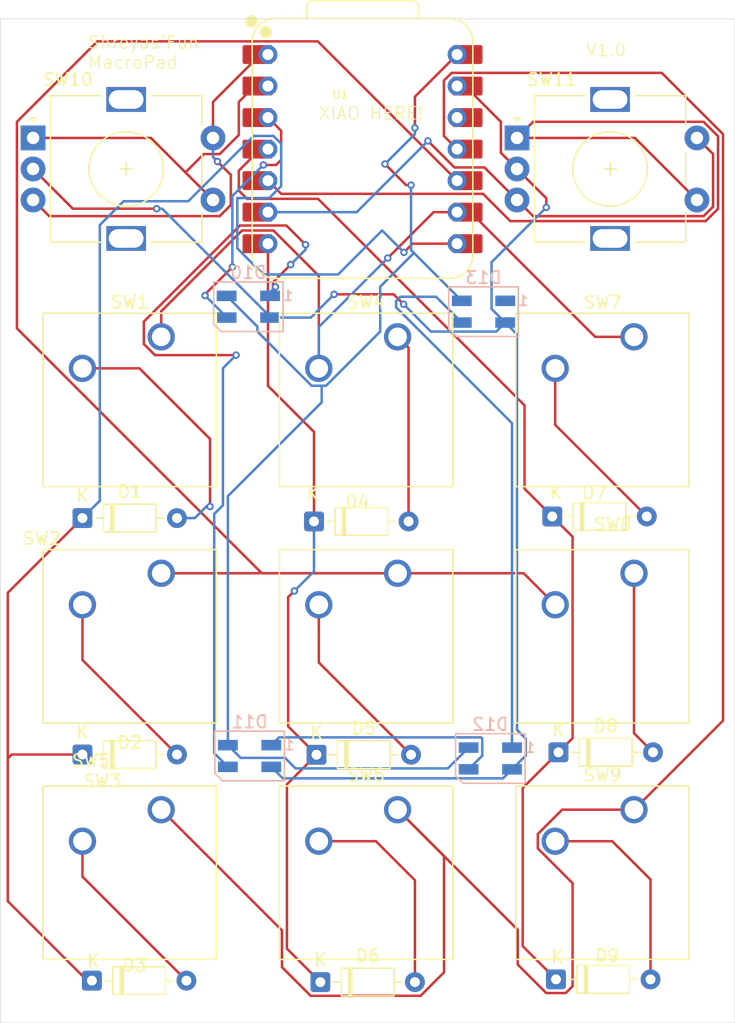
<source format=kicad_pcb>
(kicad_pcb (version 20241229) (generator "pcbnew") (generator_version "9.0")
  (layers (0 "F.Cu" signal) (2 "B.Cu" signal) (13 "F.Paste" user) (15 "B.Paste" user) (5 "F.SilkS" user "F.Silkscreen") (7 "B.SilkS" user "B.Silkscreen") (1 "F.Mask" user) (3 "B.Mask" user) (25 "Edge.Cuts" user))
  (net 0 "")
  (net 1 "+5V")
  (net 2 "Net-(D1-A)")
  (net 3 "GND")
  (net 4 "Net-(D1-K)")
  (net 5 "Net-(D2-A)")
  (net 6 "Net-(D3-A)")
  (net 7 "Net-(U1-GPIO2{slash}SCK)")
  (net 8 "Net-(U1-GPIO4{slash}MISO)")
  (net 9 "Net-(U1-GPIO3{slash}MOSI)")
  (net 10 "Net-(D4-A)")
  (net 11 "Net-(D4-K)")
  (net 12 "Net-(D5-A)")
  (net 13 "Net-(D6-A)")
  (net 14 "Net-(D7-K)")
  (net 15 "Net-(D7-A)")
  (net 16 "Net-(D8-A)")
  (net 17 "Net-(D9-A)")
  (net 18 "Net-(D10-DOUT)")
  (net 19 "Net-(D10-DIN)")
  (net 20 "Net-(D11-DOUT)")
  (net 21 "Net-(D12-DOUT)")
  (net 23 "Net-(U1-GPIO27{slash}ADC1{slash}A1)")
  (net 24 "Net-(U1-GPIO6{slash}SDA)")
  (net 25 "Net-(U1-GPIO7{slash}SCL)")
  (net 27 "Net-(U1-GPIO26{slash}ADC0{slash}A0)")
  (footprint "Diode_THT:D_DO-35_SOD27_P7.62mm_Horizontal" (layer "F.Cu") (at 150.38 141.3)
    (property "Reference" "D9" (at 4.1 -1.89375 0) (layer "F.SilkS"))
    (property "Value" "1N4148")
    (fp_text user "K" (at 0.1 -1.79375 0) (layer "F.SilkS"))
    (pad "1" thru_hole roundrect (at 0 0) (size 1.6 1.6) (drill 0.8) (layers "*.Cu" "*.Mask") (roundrect_rratio 0.15625) (net 14 "Net-(D7-K)"))
    (pad "2" thru_hole circle (at 7.62 0) (size 1.6 1.6) (drill 0.8) (layers "*.Cu" "*.Mask") (net 17 "Net-(D9-A)"))
  )
  (footprint "Diode_THT:D_DO-35_SOD27_P7.62mm_Horizontal" (layer "F.Cu") (at 150.08 104)
    (property "Reference" "D7" (at 3.4 -1.89375 0) (layer "F.SilkS"))
    (property "Value" "1N4148")
    (fp_text user "K" (at 0.3 -1.89375 0) (layer "F.SilkS"))
    (pad "1" thru_hole roundrect (at 0 0) (size 1.6 1.6) (drill 0.8) (layers "*.Cu" "*.Mask") (roundrect_rratio 0.15625) (net 14 "Net-(D7-K)"))
    (pad "2" thru_hole circle (at 7.62 0) (size 1.6 1.6) (drill 0.8) (layers "*.Cu" "*.Mask") (net 15 "Net-(D7-A)"))
  )
  (footprint "Button_Switch_Keyboard:SW_Cherry_MX_1.00u_PCB" (layer "F.Cu") (at 137.6175 89.52625)
    (property "Reference" "SW4" (at -2.54 -2.794 0) (layer "F.SilkS"))
    (property "Value" "SW_Push")
    (pad "" np_thru_hole circle (at -7.62 5.08) (size 1.7 1.7) (drill 1.7) (layers "*.Cu" "*.Mask"))
    (pad "" np_thru_hole circle (at -2.54 5.08) (size 4 4) (drill 4) (layers "*.Cu" "*.Mask"))
    (pad "" np_thru_hole circle (at 2.54 5.08) (size 1.7 1.7) (drill 1.7) (layers "*.Cu" "*.Mask"))
    (pad "1" thru_hole circle (at 0 0) (size 2.2 2.2) (drill 1.5) (layers "*.Cu" "*.Mask") (net 10 "Net-(D4-A)"))
    (pad "2" thru_hole circle (at -6.35 2.54) (size 2.2 2.2) (drill 1.5) (layers "*.Cu" "*.Mask") (net 7 "Net-(U1-GPIO2{slash}SCK)"))
  )
  (footprint "Diode_THT:D_DO-35_SOD27_P7.62mm_Horizontal" (layer "F.Cu") (at 150.58 123)
    (property "Reference" "D8" (at 3.81 -2.12 0) (layer "F.SilkS"))
    (property "Value" "1N4148")
    (fp_text user "K" (at 0 -1.8 0) (layer "F.SilkS"))
    (pad "1" thru_hole roundrect (at 0 0) (size 1.6 1.6) (drill 0.8) (layers "*.Cu" "*.Mask") (roundrect_rratio 0.15625) (net 14 "Net-(D7-K)"))
    (pad "2" thru_hole circle (at 7.62 0) (size 1.6 1.6) (drill 0.8) (layers "*.Cu" "*.Mask") (net 16 "Net-(D8-A)"))
  )
  (footprint "EC11 Rotary Encoder:RotaryEncoder_Alps_EC11E-Switch_Vertical_H20mm" (layer "F.Cu") (at 147.24 73.5)
    (property "Reference" "SW11" (at 2.8 -4.7 0) (layer "F.SilkS"))
    (property "Value" "RotaryEncoder_Switch")
    (pad "A" thru_hole rect (at 0 0) (size 2 2) (drill 1) (layers "*.Cu" "*.Mask") (net 24 "Net-(U1-GPIO6{slash}SDA)"))
    (pad "B" thru_hole circle (at 0 5) (size 2 2) (drill 1) (layers "*.Cu" "*.Mask") (net 25 "Net-(U1-GPIO7{slash}SCL)"))
    (pad "C" thru_hole circle (at 0 2.5) (size 2 2) (drill 1) (layers "*.Cu" "*.Mask") (net 3 "GND"))
    (pad "MP" thru_hole rect (at 7.5 -3.1) (size 3.2 2) (drill oval 2.8 1.5) (layers "*.Cu" "*.Mask"))
    (pad "MP" thru_hole rect (at 7.5 8.1) (size 3.2 2) (drill oval 2.8 1.5) (layers "*.Cu" "*.Mask"))
    (pad "S1" thru_hole circle (at 14.5 5) (size 2 2) (drill 1) (layers "*.Cu" "*.Mask") (net 24 "Net-(U1-GPIO6{slash}SDA)"))
    (pad "S2" thru_hole circle (at 14.5 0) (size 2 2) (drill 1) (layers "*.Cu" "*.Mask") (net 25 "Net-(U1-GPIO7{slash}SCL)"))
  )
  (footprint "Button_Switch_Keyboard:SW_Cherry_MX_1.00u_PCB" (layer "F.Cu") (at 118.5675 127.62625)
    (property "Reference" "SW3" (at -4.7625 -2.309 0) (layer "F.SilkS"))
    (property "Value" "SW_Push")
    (pad "" np_thru_hole circle (at -7.62 5.08) (size 1.7 1.7) (drill 1.7) (layers "*.Cu" "*.Mask"))
    (pad "" np_thru_hole circle (at -2.54 5.08) (size 4 4) (drill 4) (layers "*.Cu" "*.Mask"))
    (pad "" np_thru_hole circle (at 2.54 5.08) (size 1.7 1.7) (drill 1.7) (layers "*.Cu" "*.Mask"))
    (pad "1" thru_hole circle (at 0 0) (size 2.2 2.2) (drill 1.5) (layers "*.Cu" "*.Mask") (net 9 "Net-(U1-GPIO3{slash}MOSI)"))
    (pad "2" thru_hole circle (at -6.35 2.54) (size 2.2 2.2) (drill 1.5) (layers "*.Cu" "*.Mask") (net 6 "Net-(D3-A)"))
  )
  (footprint "Button_Switch_Keyboard:SW_Cherry_MX_1.00u_PCB" (layer "F.Cu") (at 118.5675 108.57625)
    (property "Reference" "SW2" (at -9.625 -2.794 0) (layer "F.SilkS"))
    (property "Value" "SW_Push")
    (pad "" np_thru_hole circle (at -7.62 5.08) (size 1.7 1.7) (drill 1.7) (layers "*.Cu" "*.Mask"))
    (pad "" np_thru_hole circle (at -2.54 5.08) (size 4 4) (drill 4) (layers "*.Cu" "*.Mask"))
    (pad "" np_thru_hole circle (at 2.54 5.08) (size 1.7 1.7) (drill 1.7) (layers "*.Cu" "*.Mask"))
    (pad "1" thru_hole circle (at 0 0) (size 2.2 2.2) (drill 1.5) (layers "*.Cu" "*.Mask") (net 8 "Net-(U1-GPIO4{slash}MISO)"))
    (pad "2" thru_hole circle (at -6.35 2.54) (size 2.2 2.2) (drill 1.5) (layers "*.Cu" "*.Mask") (net 5 "Net-(D2-A)"))
  )
  (footprint "Button_Switch_Keyboard:SW_Cherry_MX_1.00u_PCB" (layer "F.Cu") (at 156.6675 127.62625)
    (property "Reference" "SW9" (at -2.54 -2.794 0) (layer "F.SilkS"))
    (property "Value" "SW_Push")
    (pad "" np_thru_hole circle (at -7.62 5.08) (size 1.7 1.7) (drill 1.7) (layers "*.Cu" "*.Mask"))
    (pad "" np_thru_hole circle (at -2.54 5.08) (size 4 4) (drill 4) (layers "*.Cu" "*.Mask"))
    (pad "" np_thru_hole circle (at 2.54 5.08) (size 1.7 1.7) (drill 1.7) (layers "*.Cu" "*.Mask"))
    (pad "1" thru_hole circle (at 0 0) (size 2.2 2.2) (drill 1.5) (layers "*.Cu" "*.Mask") (net 9 "Net-(U1-GPIO3{slash}MOSI)"))
    (pad "2" thru_hole circle (at -6.35 2.54) (size 2.2 2.2) (drill 1.5) (layers "*.Cu" "*.Mask") (net 17 "Net-(D9-A)"))
  )
  (footprint "Opl_library:XIAO-RP2040-DIP" (layer "F.Cu") (at 134.79 74.4)
    (property "Reference" "U1" (at -1.79 -4.4 0) (layer "F.SilkS") (effects (font (size 0.635 0.635) (thickness 0.1016))))
    (property "Value" "XIAO-RP2040-DIP")
    (pad "1" smd roundrect (at -8.455 -7.62 180) (size 2.432 1.524) (layers "F.Cu" "F.Mask") (roundrect_rratio 0.1) (net 27 "Net-(U1-GPIO26{slash}ADC0{slash}A0)"))
    (pad "1" thru_hole circle (at -7.62 -7.62 180) (size 1.524 1.524) (drill 0.889) (layers "*.Cu" "*.Mask") (net 27 "Net-(U1-GPIO26{slash}ADC0{slash}A0)"))
    (pad "2" smd roundrect (at -8.455 -5.08 180) (size 2.432 1.524) (layers "F.Cu" "F.Mask") (roundrect_rratio 0.1) (net 23 "Net-(U1-GPIO27{slash}ADC1{slash}A1)"))
    (pad "2" thru_hole circle (at -7.62 -5.08 180) (size 1.524 1.524) (drill 0.889) (layers "*.Cu" "*.Mask") (net 23 "Net-(U1-GPIO27{slash}ADC1{slash}A1)"))
    (pad "3" smd roundrect (at -8.455 -2.54 180) (size 2.432 1.524) (layers "F.Cu" "F.Mask") (roundrect_rratio 0.1) (net 19 "Net-(D10-DIN)"))
    (pad "3" thru_hole circle (at -7.62 -2.54 180) (size 1.524 1.524) (drill 0.889) (layers "*.Cu" "*.Mask") (net 19 "Net-(D10-DIN)"))
    (pad "4" smd roundrect (at -8.455 0 180) (size 2.432 1.524) (layers "F.Cu" "F.Mask") (roundrect_rratio 0.1) (net 14 "Net-(D7-K)"))
    (pad "4" thru_hole circle (at -7.62 0 180) (size 1.524 1.524) (drill 0.889) (layers "*.Cu" "*.Mask") (net 14 "Net-(D7-K)"))
    (pad "5" smd roundrect (at -8.455 2.54 180) (size 2.432 1.524) (layers "F.Cu" "F.Mask") (roundrect_rratio 0.1) (net 24 "Net-(U1-GPIO6{slash}SDA)"))
    (pad "5" thru_hole circle (at -7.62 2.54 180) (size 1.524 1.524) (drill 0.889) (layers "*.Cu" "*.Mask") (net 24 "Net-(U1-GPIO6{slash}SDA)"))
    (pad "6" smd roundrect (at -8.455 5.08 180) (size 2.432 1.524) (layers "F.Cu" "F.Mask") (roundrect_rratio 0.1) (net 25 "Net-(U1-GPIO7{slash}SCL)"))
    (pad "6" thru_hole circle (at -7.62 5.08 180) (size 1.524 1.524) (drill 0.889) (layers "*.Cu" "*.Mask") (net 25 "Net-(U1-GPIO7{slash}SCL)"))
    (pad "7" smd roundrect (at -8.455 7.62 180) (size 2.432 1.524) (layers "F.Cu" "F.Mask") (roundrect_rratio 0.1) (net 11 "Net-(D4-K)"))
    (pad "7" thru_hole circle (at -7.62 7.62 180) (size 1.524 1.524) (drill 0.889) (layers "*.Cu" "*.Mask") (net 11 "Net-(D4-K)"))
    (pad "8" thru_hole circle (at 7.62 7.62) (size 1.524 1.524) (drill 0.889) (layers "*.Cu" "*.Mask") (net 4 "Net-(D1-K)"))
    (pad "8" smd roundrect (at 8.455 7.62) (size 2.432 1.524) (layers "F.Cu" "F.Mask") (roundrect_rratio 0.1) (net 4 "Net-(D1-K)"))
    (pad "9" thru_hole circle (at 7.62 5.08) (size 1.524 1.524) (drill 0.889) (layers "*.Cu" "*.Mask") (net 7 "Net-(U1-GPIO2{slash}SCK)"))
    (pad "9" smd roundrect (at 8.455 5.08) (size 2.432 1.524) (layers "F.Cu" "F.Mask") (roundrect_rratio 0.1) (net 7 "Net-(U1-GPIO2{slash}SCK)"))
    (pad "10" thru_hole circle (at 7.62 2.54) (size 1.524 1.524) (drill 0.889) (layers "*.Cu" "*.Mask") (net 8 "Net-(U1-GPIO4{slash}MISO)"))
    (pad "10" smd roundrect (at 8.455 2.54) (size 2.432 1.524) (layers "F.Cu" "F.Mask") (roundrect_rratio 0.1) (net 8 "Net-(U1-GPIO4{slash}MISO)"))
    (pad "11" thru_hole circle (at 7.62 0) (size 1.524 1.524) (drill 0.889) (layers "*.Cu" "*.Mask") (net 9 "Net-(U1-GPIO3{slash}MOSI)"))
    (pad "11" smd roundrect (at 8.455 0) (size 2.432 1.524) (layers "F.Cu" "F.Mask") (roundrect_rratio 0.1) (net 9 "Net-(U1-GPIO3{slash}MOSI)"))
    (pad "12" thru_hole circle (at 7.62 -2.54) (size 1.524 1.524) (drill 0.889) (layers "*.Cu" "*.Mask"))
    (pad "12" smd roundrect (at 8.455 -2.54) (size 2.432 1.524) (layers "F.Cu" "F.Mask") (roundrect_rratio 0.1))
    (pad "13" thru_hole circle (at 7.62 -5.08) (size 1.524 1.524) (drill 0.889) (layers "*.Cu" "*.Mask") (net 3 "GND"))
    (pad "13" smd roundrect (at 8.455 -5.08) (size 2.432 1.524) (layers "F.Cu" "F.Mask") (roundrect_rratio 0.1) (net 3 "GND"))
    (pad "14" thru_hole circle (at 7.62 -7.62) (size 1.524 1.524) (drill 0.889) (layers "*.Cu" "*.Mask") (net 1 "+5V"))
    (pad "14" smd roundrect (at 8.455 -7.62) (size 2.432 1.524) (layers "F.Cu" "F.Mask") (roundrect_rratio 0.1) (net 1 "+5V"))
  )
  (footprint "Button_Switch_Keyboard:SW_Cherry_MX_1.00u_PCB" (layer "F.Cu") (at 137.6175 127.62625)
    (property "Reference" "SW6" (at -2.54 -2.794 0) (layer "F.SilkS"))
    (property "Value" "SW_Push")
    (pad "" np_thru_hole circle (at -7.62 5.08) (size 1.7 1.7) (drill 1.7) (layers "*.Cu" "*.Mask"))
    (pad "" np_thru_hole circle (at -2.54 5.08) (size 4 4) (drill 4) (layers "*.Cu" "*.Mask"))
    (pad "" np_thru_hole circle (at 2.54 5.08) (size 1.7 1.7) (drill 1.7) (layers "*.Cu" "*.Mask"))
    (pad "1" thru_hole circle (at 0 0) (size 2.2 2.2) (drill 1.5) (layers "*.Cu" "*.Mask") (net 9 "Net-(U1-GPIO3{slash}MOSI)"))
    (pad "2" thru_hole circle (at -6.35 2.54) (size 2.2 2.2) (drill 1.5) (layers "*.Cu" "*.Mask") (net 13 "Net-(D6-A)"))
  )
  (footprint "Button_Switch_Keyboard:SW_Cherry_MX_1.00u_PCB" (layer "F.Cu") (at 156.6675 89.52625)
    (property "Reference" "SW7" (at -2.54 -2.794 0) (layer "F.SilkS"))
    (property "Value" "SW_Push")
    (pad "" np_thru_hole circle (at -7.62 5.08) (size 1.7 1.7) (drill 1.7) (layers "*.Cu" "*.Mask"))
    (pad "" np_thru_hole circle (at -2.54 5.08) (size 4 4) (drill 4) (layers "*.Cu" "*.Mask"))
    (pad "" np_thru_hole circle (at 2.54 5.08) (size 1.7 1.7) (drill 1.7) (layers "*.Cu" "*.Mask"))
    (pad "1" thru_hole circle (at 0 0) (size 2.2 2.2) (drill 1.5) (layers "*.Cu" "*.Mask") (net 7 "Net-(U1-GPIO2{slash}SCK)"))
    (pad "2" thru_hole circle (at -6.35 2.54) (size 2.2 2.2) (drill 1.5) (layers "*.Cu" "*.Mask") (net 15 "Net-(D7-A)"))
  )
  (footprint "EC11 Rotary Encoder:RotaryEncoder_Alps_EC11E-Switch_Vertical_H20mm" (layer "F.Cu") (at 108.24 73.5)
    (property "Reference" "SW10" (at 2.8 -4.7 0) (layer "F.SilkS"))
    (property "Value" "RotaryEncoder_Switch")
    (pad "A" thru_hole rect (at 0 0) (size 2 2) (drill 1) (layers "*.Cu" "*.Mask") (net 23 "Net-(U1-GPIO27{slash}ADC1{slash}A1)"))
    (pad "B" thru_hole circle (at 0 5) (size 2 2) (drill 1) (layers "*.Cu" "*.Mask") (net 27 "Net-(U1-GPIO26{slash}ADC0{slash}A0)"))
    (pad "C" thru_hole circle (at 0 2.5) (size 2 2) (drill 1) (layers "*.Cu" "*.Mask") (net 3 "GND"))
    (pad "MP" thru_hole rect (at 7.5 -3.1) (size 3.2 2) (drill oval 2.8 1.5) (layers "*.Cu" "*.Mask"))
    (pad "MP" thru_hole rect (at 7.5 8.1) (size 3.2 2) (drill oval 2.8 1.5) (layers "*.Cu" "*.Mask"))
    (pad "S1" thru_hole circle (at 14.5 5) (size 2 2) (drill 1) (layers "*.Cu" "*.Mask") (net 23 "Net-(U1-GPIO27{slash}ADC1{slash}A1)"))
    (pad "S2" thru_hole circle (at 14.5 0) (size 2 2) (drill 1) (layers "*.Cu" "*.Mask") (net 27 "Net-(U1-GPIO26{slash}ADC0{slash}A0)"))
  )
  (footprint "Diode_THT:D_DO-35_SOD27_P7.62mm_Horizontal" (layer "F.Cu") (at 131.08 123.2)
    (property "Reference" "D5" (at 3.81 -2.12 0) (layer "F.SilkS"))
    (property "Value" "1N4148")
    (fp_text user "K" (at 0 -1.8 0) (layer "F.SilkS"))
    (pad "1" thru_hole roundrect (at 0 0) (size 1.6 1.6) (drill 0.8) (layers "*.Cu" "*.Mask") (roundrect_rratio 0.15625) (net 11 "Net-(D4-K)"))
    (pad "2" thru_hole circle (at 7.62 0) (size 1.6 1.6) (drill 0.8) (layers "*.Cu" "*.Mask") (net 12 "Net-(D5-A)"))
  )
  (footprint "Button_Switch_Keyboard:SW_Cherry_MX_1.00u_PCB" (layer "F.Cu") (at 156.6675 108.57625)
    (property "Reference" "SW8" (at -1.705 -3.95025 0) (layer "F.SilkS"))
    (property "Value" "SW_Push")
    (pad "" np_thru_hole circle (at -7.62 5.08) (size 1.7 1.7) (drill 1.7) (layers "*.Cu" "*.Mask"))
    (pad "" np_thru_hole circle (at -2.54 5.08) (size 4 4) (drill 4) (layers "*.Cu" "*.Mask"))
    (pad "" np_thru_hole circle (at 2.54 5.08) (size 1.7 1.7) (drill 1.7) (layers "*.Cu" "*.Mask"))
    (pad "1" thru_hole circle (at 0 0) (size 2.2 2.2) (drill 1.5) (layers "*.Cu" "*.Mask") (net 16 "Net-(D8-A)"))
    (pad "2" thru_hole circle (at -6.35 2.54) (size 2.2 2.2) (drill 1.5) (layers "*.Cu" "*.Mask") (net 8 "Net-(U1-GPIO4{slash}MISO)"))
  )
  (footprint "Diode_THT:D_DO-35_SOD27_P7.62mm_Horizontal" (layer "F.Cu") (at 112.98 141.4)
    (property "Reference" "D3" (at 3.4375 -1.25 0) (layer "F.SilkS"))
    (property "Value" "1N4148")
    (fp_text user "K" (at 0.1 -1.59375 0) (layer "F.SilkS"))
    (pad "1" thru_hole roundrect (at 0 0) (size 1.6 1.6) (drill 0.8) (layers "*.Cu" "*.Mask") (roundrect_rratio 0.15625) (net 4 "Net-(D1-K)"))
    (pad "2" thru_hole circle (at 7.62 0) (size 1.6 1.6) (drill 0.8) (layers "*.Cu" "*.Mask") (net 6 "Net-(D3-A)"))
  )
  (footprint "Button_Switch_Keyboard:SW_Cherry_MX_1.00u_PCB" (layer "F.Cu") (at 118.5675 89.52625)
    (property "Reference" "SW1" (at -2.54 -2.794 0) (layer "F.SilkS"))
    (property "Value" "SW_Push")
    (pad "" np_thru_hole circle (at -7.62 5.08) (size 1.7 1.7) (drill 1.7) (layers "*.Cu" "*.Mask"))
    (pad "" np_thru_hole circle (at -2.54 5.08) (size 4 4) (drill 4) (layers "*.Cu" "*.Mask"))
    (pad "" np_thru_hole circle (at 2.54 5.08) (size 1.7 1.7) (drill 1.7) (layers "*.Cu" "*.Mask"))
    (pad "1" thru_hole circle (at 0 0) (size 2.2 2.2) (drill 1.5) (layers "*.Cu" "*.Mask") (net 7 "Net-(U1-GPIO2{slash}SCK)"))
    (pad "2" thru_hole circle (at -6.35 2.54) (size 2.2 2.2) (drill 1.5) (layers "*.Cu" "*.Mask") (net 2 "Net-(D1-A)"))
  )
  (footprint "Diode_THT:D_DO-35_SOD27_P7.62mm_Horizontal" (layer "F.Cu") (at 112.2175 123.18125)
    (property "Reference" "D2" (at 3.81 -0.95125 0) (layer "F.SilkS"))
    (property "Value" "1N4148")
    (fp_text user "K" (at 0 -1.8 0) (layer "F.SilkS"))
    (pad "1" thru_hole roundrect (at 0 0) (size 1.6 1.6) (drill 0.8) (layers "*.Cu" "*.Mask") (roundrect_rratio 0.15625) (net 4 "Net-(D1-K)"))
    (pad "2" thru_hole circle (at 7.62 0) (size 1.6 1.6) (drill 0.8) (layers "*.Cu" "*.Mask") (net 5 "Net-(D2-A)"))
  )
  (footprint "Diode_THT:D_DO-35_SOD27_P7.62mm_Horizontal" (layer "F.Cu") (at 112.2175 104.13125)
    (property "Reference" "D1" (at 3.81 -2.12 0) (layer "F.SilkS"))
    (property "Value" "1N4148")
    (fp_text user "K" (at 0 -1.8 0) (layer "F.SilkS"))
    (pad "1" thru_hole roundrect (at 0 0) (size 1.6 1.6) (drill 0.8) (layers "*.Cu" "*.Mask") (roundrect_rratio 0.15625) (net 4 "Net-(D1-K)"))
    (pad "2" thru_hole circle (at 7.62 0) (size 1.6 1.6) (drill 0.8) (layers "*.Cu" "*.Mask") (net 2 "Net-(D1-A)"))
  )
  (footprint "Button_Switch_Keyboard:SW_Cherry_MX_1.00u_PCB" (layer "F.Cu") (at 137.6175 108.57625)
    (property "Reference" "SW5" (at -24.715 15.09975 0) (layer "F.SilkS"))
    (property "Value" "SW_Push")
    (pad "" np_thru_hole circle (at -7.62 5.08) (size 1.7 1.7) (drill 1.7) (layers "*.Cu" "*.Mask"))
    (pad "" np_thru_hole circle (at -2.54 5.08) (size 4 4) (drill 4) (layers "*.Cu" "*.Mask"))
    (pad "" np_thru_hole circle (at 2.54 5.08) (size 1.7 1.7) (drill 1.7) (layers "*.Cu" "*.Mask"))
    (pad "1" thru_hole circle (at 0 0) (size 2.2 2.2) (drill 1.5) (layers "*.Cu" "*.Mask") (net 8 "Net-(U1-GPIO4{slash}MISO)"))
    (pad "2" thru_hole circle (at -6.35 2.54) (size 2.2 2.2) (drill 1.5) (layers "*.Cu" "*.Mask") (net 12 "Net-(D5-A)"))
  )
  (footprint "Diode_THT:D_DO-35_SOD27_P7.62mm_Horizontal" (layer "F.Cu") (at 130.88 104.4)
    (property "Reference" "D4" (at 3.5 -1.54375 0) (layer "F.SilkS"))
    (property "Value" "1N4148")
    (fp_text user "K" (at -0.09 -2.2 0) (layer "F.SilkS"))
    (pad "1" thru_hole roundrect (at 0 0) (size 1.6 1.6) (drill 0.8) (layers "*.Cu" "*.Mask") (roundrect_rratio 0.15625) (net 11 "Net-(D4-K)"))
    (pad "2" thru_hole circle (at 7.62 0) (size 1.6 1.6) (drill 0.8) (layers "*.Cu" "*.Mask") (net 10 "Net-(D4-A)"))
  )
  (footprint "Diode_THT:D_DO-35_SOD27_P7.62mm_Horizontal" (layer "F.Cu") (at 131.3925 141.51975)
    (property "Reference" "D6" (at 3.81 -2.12 0) (layer "F.SilkS"))
    (property "Value" "1N4148")
    (fp_text user "K" (at 0 -1.8 0) (layer "F.SilkS"))
    (pad "1" thru_hole roundrect (at 0 0) (size 1.6 1.6) (drill 0.8) (layers "*.Cu" "*.Mask") (roundrect_rratio 0.15625) (net 11 "Net-(D4-K)"))
    (pad "2" thru_hole circle (at 7.62 0) (size 1.6 1.6) (drill 0.8) (layers "*.Cu" "*.Mask") (net 13 "Net-(D6-A)"))
  )
  (footprint "LED_SMD:LED_SK6812MINI_PLCC4_3.5x3.5mm_P1.75mm" (layer "B.Cu") (at 144.54 87.5 180)
    (property "Reference" "D13" (at 0 2.75 0) (layer "B.SilkS") (effects (justify mirror)))
    (property "Value" "SK6812MINI")
    (fp_text user "1" (at -3.2 0.875 0) (layer "B.SilkS") (effects (font (size 0.8 0.8)) (justify mirror)))
    (pad "1" smd rect (at -1.75 0.875 180) (size 1.6 0.85) (layers "B.Cu" "B.Mask" "B.Paste"))
    (pad "2" smd rect (at -1.75 -0.875 180) (size 1.6 0.85) (layers "B.Cu" "B.Mask" "B.Paste") (net 3 "GND"))
    (pad "3" smd rect (at 1.75 -0.875 180) (size 1.6 0.85) (layers "B.Cu" "B.Mask" "B.Paste") (net 21 "Net-(D12-DOUT)"))
    (pad "4" smd rect (at 1.75 0.875 180) (size 1.6 0.85) (layers "B.Cu" "B.Mask" "B.Paste") (net 1 "+5V"))
  )
  (footprint "LED_SMD:LED_SK6812MINI_PLCC4_3.5x3.5mm_P1.75mm" (layer "B.Cu") (at 125.59 87.1 180)
    (property "Reference" "D10" (at 0 2.75 0) (layer "B.SilkS") (effects (justify mirror)))
    (property "Value" "SK6812MINI")
    (fp_text user "1" (at -3.2 0.875 0) (layer "B.SilkS") (effects (font (size 0.8 0.8)) (justify mirror)))
    (pad "1" smd rect (at -1.75 0.875 180) (size 1.6 0.85) (layers "B.Cu" "B.Mask" "B.Paste") (net 18 "Net-(D10-DOUT)"))
    (pad "2" smd rect (at -1.75 -0.875 180) (size 1.6 0.85) (layers "B.Cu" "B.Mask" "B.Paste") (net 3 "GND"))
    (pad "3" smd rect (at 1.75 -0.875 180) (size 1.6 0.85) (layers "B.Cu" "B.Mask" "B.Paste") (net 19 "Net-(D10-DIN)"))
    (pad "4" smd rect (at 1.75 0.875 180) (size 1.6 0.85) (layers "B.Cu" "B.Mask" "B.Paste") (net 1 "+5V"))
  )
  (footprint "LED_SMD:LED_SK6812MINI_PLCC4_3.5x3.5mm_P1.75mm" (layer "B.Cu") (at 145.09 123.5 180)
    (property "Reference" "D12" (at 0 2.75 0) (layer "B.SilkS") (effects (justify mirror)))
    (property "Value" "SK6812MINI")
    (fp_text user "1" (at -3.2 0.875 0) (layer "B.SilkS") (effects (font (size 0.8 0.8)) (justify mirror)))
    (pad "1" smd rect (at -1.75 0.875 180) (size 1.6 0.85) (layers "B.Cu" "B.Mask" "B.Paste") (net 21 "Net-(D12-DOUT)"))
    (pad "2" smd rect (at -1.75 -0.875 180) (size 1.6 0.85) (layers "B.Cu" "B.Mask" "B.Paste") (net 3 "GND"))
    (pad "3" smd rect (at 1.75 -0.875 180) (size 1.6 0.85) (layers "B.Cu" "B.Mask" "B.Paste") (net 20 "Net-(D11-DOUT)"))
    (pad "4" smd rect (at 1.75 0.875 180) (size 1.6 0.85) (layers "B.Cu" "B.Mask" "B.Paste") (net 1 "+5V"))
  )
  (footprint "LED_SMD:LED_SK6812MINI_PLCC4_3.5x3.5mm_P1.75mm" (layer "B.Cu") (at 125.69 123.3 180)
    (property "Reference" "D11" (at 0 2.75 0) (layer "B.SilkS") (effects (justify mirror)))
    (property "Value" "SK6812MINI")
    (fp_text user "1" (at -3.2 0.875 0) (layer "B.SilkS") (effects (font (size 0.8 0.8)) (justify mirror)))
    (pad "1" smd rect (at -1.75 0.875 180) (size 1.6 0.85) (layers "B.Cu" "B.Mask" "B.Paste") (net 20 "Net-(D11-DOUT)"))
    (pad "2" smd rect (at -1.75 -0.875 180) (size 1.6 0.85) (layers "B.Cu" "B.Mask" "B.Paste") (net 3 "GND"))
    (pad "3" smd rect (at 1.75 -0.875 180) (size 1.6 0.85) (layers "B.Cu" "B.Mask" "B.Paste") (net 18 "Net-(D10-DOUT)"))
    (pad "4" smd rect (at 1.75 0.875 180) (size 1.6 0.85) (layers "B.Cu" "B.Mask" "B.Paste") (net 1 "+5V"))
  )
  (gr_rect (start 105.6 63.9) (end 164.8 144.8) (stroke (width 0.05)) (fill no) (layer "Edge.Cuts"))
  (gr_text "XIAO HERE!" (at 131.19 72.1 0) (layer "F.SilkS") (effects (font (size 1 1) (thickness 0.1)) (justify left bottom)))
  (gr_text "Shreyas'Fun\nMacroPad" (at 112.6 68 0) (layer "F.SilkS") (effects (font (size 1 1) (thickness 0.1)) (justify left bottom)))
  (gr_text "V1.0" (at 152.74 67 0) (layer "F.SilkS") (effects (font (size 1 1) (thickness 0.1)) (justify left bottom)))
  (segment (start 136.6 75.6) (end 138.3 77.3) (width 0.2) (layer "F.Cu") (net 1))
  (segment (start 138.3 77.3) (end 138.7 77.3) (width 0.2) (layer "F.Cu") (net 1))
  (segment (start 139.009265 70.180735) (end 139.009265 72.690735) (width 0.2) (layer "F.Cu") (net 1))
  (segment (start 142.41 66.78) (end 139.009265 70.180735) (width 0.2) (layer "F.Cu") (net 1))
  (via (at 136.6 75.6) (size 0.6) (drill 0.3) (layers "F.Cu" "B.Cu") (net 1))
  (via (at 138.7 77.3) (size 0.6) (drill 0.3) (layers "F.Cu" "B.Cu") (net 1))
  (via (at 139.009265 72.690735) (size 0.6) (drill 0.3) (layers "F.Cu" "B.Cu") (net 1))
  (segment (start 138.7 82.535) (end 138.9325 82.7675) (width 0.2) (layer "B.Cu") (net 1))
  (segment (start 123.94 122.425) (end 124.964 123.449) (width 0.2) (layer "B.Cu") (net 1))
  (segment (start 136.2165 89.098564) (end 136.2165 85.4835) (width 0.2) (layer "B.Cu") (net 1))
  (segment (start 139.009265 72.690735) (end 139.009265 73.190735) (width 0.2) (layer "B.Cu") (net 1))
  (segment (start 124.964 123.449) (end 128.541 123.449) (width 0.2) (layer "B.Cu") (net 1))
  (segment (start 130.687186 93.46725) (end 131.5 93.46725) (width 0.2) (layer "B.Cu") (net 1))
  (segment (start 138.7 77.3) (end 138.7 82.535) (width 0.2) (layer "B.Cu") (net 1))
  (segment (start 123.84 86.225) (end 126.316 88.701) (width 0.2) (layer "B.Cu") (net 1))
  (segment (start 141.664 124.301) (end 143.34 122.625) (width 0.2) (layer "B.Cu") (net 1))
  (segment (start 123.94 122.425) (end 123.94 102.36222) (width 0.2) (layer "B.Cu") (net 1))
  (segment (start 131.847814 93.46725) (end 136.2165 89.098564) (width 0.2) (layer "B.Cu") (net 1))
  (segment (start 126.316 88.701) (end 126.316 89.096064) (width 0.2) (layer "B.Cu") (net 1))
  (segment (start 128.541 123.449) (end 129.393 124.301) (width 0.2) (layer "B.Cu") (net 1))
  (segment (start 131.5 94.80222) (end 131.5 93.46725) (width 0.2) (layer "B.Cu") (net 1))
  (segment (start 126.316 89.096064) (end 130.687186 93.46725) (width 0.2) (layer "B.Cu") (net 1))
  (segment (start 123.94 102.36222) (end 131.5 94.80222) (width 0.2) (layer "B.Cu") (net 1))
  (segment (start 136.2165 85.4835) (end 138.9325 82.7675) (width 0.2) (layer "B.Cu") (net 1))
  (segment (start 129.393 124.301) (end 141.664 124.301) (width 0.2) (layer "B.Cu") (net 1))
  (segment (start 138.9325 82.7675) (end 142.79 86.625) (width 0.2) (layer "B.Cu") (net 1))
  (segment (start 139.009265 73.190735) (end 136.6 75.6) (width 0.2) (layer "B.Cu") (net 1))
  (segment (start 131.5 93.46725) (end 131.847814 93.46725) (width 0.2) (layer "B.Cu") (net 1))
  (segment (start 116.812316 92.06625) (end 122.5 97.753934) (width 0.2) (layer "F.Cu") (net 2))
  (segment (start 112.2175 92.06625) (end 116.812316 92.06625) (width 0.2) (layer "F.Cu") (net 2))
  (segment (start 122.5 97.753934) (end 122.5 103.2) (width 0.2) (layer "F.Cu") (net 2))
  (via (at 122.5 103.2) (size 0.6) (drill 0.3) (layers "F.Cu" "B.Cu") (net 2))
  (segment (start 122.2 103.2) (end 121.26875 104.13125) (width 0.2) (layer "B.Cu") (net 2))
  (segment (start 121.26875 104.13125) (end 119.8375 104.13125) (width 0.2) (layer "B.Cu") (net 2))
  (segment (start 122.5 103.2) (end 122.2 103.2) (width 0.2) (layer "B.Cu") (net 2))
  (segment (start 108.24 76) (end 108.7 76) (width 0.2) (layer "F.Cu") (net 3))
  (segment (start 108.24 76) (end 111.441 79.201) (width 0.2) (layer "F.Cu") (net 3))
  (segment (start 145.939 74.699) (end 147.24 76) (width 0.2) (layer "F.Cu") (net 3))
  (segment (start 111.441 79.201) (end 118.2 79.201) (width 0.2) (layer "F.Cu") (net 3))
  (segment (start 142.41 69.32) (end 143.06 69.32) (width 0.2) (layer "F.Cu") (net 3))
  (segment (start 108.7 76) (end 108.8 75.9) (width 0.2) (layer "F.Cu") (net 3))
  (segment (start 149.6 78.36) (end 149.6 79.1) (width 0.2) (layer "F.Cu") (net 3))
  (segment (start 137.3 86.1) (end 138.1 86.9) (width 0.2) (layer "F.Cu") (net 3))
  (segment (start 143.06 69.32) (end 145.939 72.199) (width 0.2) (layer "F.Cu") (net 3))
  (segment (start 132.5 86.1) (end 137.3 86.1) (width 0.2) (layer "F.Cu") (net 3))
  (segment (start 145.939 72.199) (end 145.939 74.699) (width 0.2) (layer "F.Cu") (net 3))
  (segment (start 147.24 76) (end 149.6 78.36) (width 0.2) (layer "F.Cu") (net 3))
  (via (at 149.6 79.1) (size 0.6) (drill 0.3) (layers "F.Cu" "B.Cu") (net 3))
  (via (at 118.2 79.201) (size 0.6) (drill 0.3) (layers "F.Cu" "B.Cu") (net 3))
  (via (at 132.5 86.1) (size 0.6) (drill 0.3) (layers "F.Cu" "B.Cu") (net 3))
  (via (at 138.1 86.9) (size 0.6) (drill 0.3) (layers "F.Cu" "B.Cu") (net 3))
  (segment (start 127.34 87.898) (end 127.34 87.975) (width 0.2) (layer "B.Cu") (net 3))
  (segment (start 146.84 124.375) (end 146.114 125.101) (width 0.2) (layer "B.Cu") (net 3))
  (segment (start 145.564 89.101) (end 146.29 88.375) (width 0.2) (layer "B.Cu") (net 3))
  (segment (start 147.241 89.326) (end 146.29 88.375) (width 0.2) (layer "B.Cu") (net 3))
  (segment (start 145.189 87.274) (end 146.29 88.375) (width 0.2) (layer "B.Cu") (net 3))
  (segment (start 128.366 125.101) (end 127.44 124.175) (width 0.2) (layer "B.Cu") (net 3))
  (segment (start 147.941 123.274) (end 147.941 121.899) (width 0.2) (layer "B.Cu") (net 3))
  (segment (start 146.84 124.375) (end 147.941 123.274) (width 0.2) (layer "B.Cu") (net 3))
  (segment (start 118.2 79.201) (end 118.643 79.201) (width 0.2) (layer "B.Cu") (net 3))
  (segment (start 147.241 121.199) (end 147.241 89.326) (width 0.2) (layer "B.Cu") (net 3))
  (segment (start 145.189 83.511) (end 145.189 87.274) (width 0.2) (layer "B.Cu") (net 3))
  (segment (start 149.6 79.1) (end 145.189 83.511) (width 0.2) (layer "B.Cu") (net 3))
  (segment (start 118.643 79.201) (end 127.34 87.898) (width 0.2) (layer "B.Cu") (net 3))
  (segment (start 127.34 87.975) (end 130.625 87.975) (width 0.2) (layer "B.Cu") (net 3))
  (segment (start 140.301 89.101) (end 145.564 89.101) (width 0.2) (layer "B.Cu") (net 3))
  (segment (start 138.1 86.9) (end 140.301 89.101) (width 0.2) (layer "B.Cu") (net 3))
  (segment (start 130.625 87.975) (end 132.5 86.1) (width 0.2) (layer "B.Cu") (net 3))
  (segment (start 147.941 121.899) (end 147.241 121.199) (width 0.2) (layer "B.Cu") (net 3))
  (segment (start 146.114 125.101) (end 128.366 125.101) (width 0.2) (layer "B.Cu") (net 3))
  (segment (start 112.2175 104.13125) (end 106.201 110.14775) (width 0.2) (layer "F.Cu") (net 4))
  (segment (start 142.41 82.02) (end 138.828528 82.02) (width 0.2) (layer "F.Cu") (net 4))
  (segment (start 106.51975 123.18125) (end 106.201 123.5) (width 0.2) (layer "F.Cu") (net 4))
  (segment (start 138.828528 82.02) (end 138.12906 82.719468) (width 0.2) (layer "F.Cu") (net 4))
  (segment (start 106.201 123.5) (end 106.201 135) (width 0.2) (layer "F.Cu") (net 4))
  (segment (start 106.201 110.14775) (end 106.201 123.5) (width 0.2) (layer "F.Cu") (net 4))
  (segment (start 106.201 135) (end 112.601 141.4) (width 0.2) (layer "F.Cu") (net 4))
  (segment (start 112.601 141.4) (end 112.98 141.4) (width 0.2) (layer "F.Cu") (net 4))
  (segment (start 112.2175 123.18125) (end 106.51975 123.18125) (width 0.2) (layer "F.Cu") (net 4))
  (via (at 138.12906 82.719468) (size 0.6) (drill 0.3) (layers "F.Cu" "B.Cu") (net 4))
  (segment (start 113.6185 80.5195) (end 113.6185 102.73025) (width 0.2) (layer "B.Cu") (net 4))
  (segment (start 115.538 78.6) (end 113.6185 80.5195) (width 0.2) (layer "B.Cu") (net 4))
  (segment (start 124.701 82.4) (end 124.701 78.3441) (width 0.2) (layer "B.Cu") (net 4))
  (segment (start 126.013943 73.337) (end 120.750943 78.6) (width 0.2) (layer "B.Cu") (net 4))
  (segment (start 126.802 84.501) (end 124.701 82.4) (width 0.2) (layer "B.Cu") (net 4))
  (segment (start 120.750943 78.6) (end 115.538 78.6) (width 0.2) (layer "B.Cu") (net 4))
  (segment (start 128.233 73.95969) (end 127.61031 73.337) (width 0.2) (layer "B.Cu") (net 4))
  (segment (start 138.12906 82.719468) (end 136.366592 80.957) (width 0.2) (layer "B.Cu") (net 4))
  (segment (start 132.822592 84.501) (end 126.802 84.501) (width 0.2) (layer "B.Cu") (net 4))
  (segment (start 124.701 78.3441) (end 127.26921 78.3441) (width 0.2) (layer "B.Cu") (net 4))
  (segment (start 127.61031 73.337) (end 126.013943 73.337) (width 0.2) (layer "B.Cu") (net 4))
  (segment (start 128.233 77.38031) (end 128.233 73.95969) (width 0.2) (layer "B.Cu") (net 4))
  (segment (start 127.26921 78.3441) (end 128.233 77.38031) (width 0.2) (layer "B.Cu") (net 4))
  (segment (start 113.6185 102.73025) (end 112.2175 104.13125) (width 0.2) (layer "B.Cu") (net 4))
  (segment (start 136.366592 80.957) (end 132.822592 84.501) (width 0.2) (layer "B.Cu") (net 4))
  (segment (start 112.2175 115.56125) (end 119.8375 123.18125) (width 0.2) (layer "F.Cu") (net 5))
  (segment (start 112.2175 111.11625) (end 112.2175 115.56125) (width 0.2) (layer "F.Cu") (net 5))
  (segment (start 112.2175 133.0175) (end 112.2175 130.16625) (width 0.2) (layer "F.Cu") (net 6))
  (segment (start 120.6 141.4) (end 112.2175 133.0175) (width 0.2) (layer "F.Cu") (net 6))
  (segment (start 140.52 79.48) (end 136.824265 83.175735) (width 0.2) (layer "F.Cu") (net 7))
  (segment (start 131.2675 84.61419) (end 127.61031 80.957) (width 0.2) (layer "F.Cu") (net 7))
  (segment (start 118.5675 87.468874) (end 118.5675 89.52625) (width 0.2) (layer "F.Cu") (net 7))
  (segment (start 142.41 79.48) (end 140.52 79.48) (width 0.2) (layer "F.Cu") (net 7))
  (segment (start 127.61031 80.957) (end 125.079374 80.957) (width 0.2) (layer "F.Cu") (net 7))
  (segment (start 153.53388 89.52625) (end 156.6675 89.52625) (width 0.2) (layer "F.Cu") (net 7))
  (segment (start 143.48763 79.48) (end 153.53388 89.52625) (width 0.2) (layer "F.Cu") (net 7))
  (segment (start 131.2675 92.06625) (end 131.2675 84.61419) (width 0.2) (layer "F.Cu") (net 7))
  (segment (start 125.079374 80.957) (end 118.5675 87.468874) (width 0.2) (layer "F.Cu") (net 7))
  (segment (start 142.41 79.48) (end 143.48763 79.48) (width 0.2) (layer "F.Cu") (net 7))
  (via (at 136.824265 83.175735) (size 0.6) (drill 0.3) (layers "F.Cu" "B.Cu") (net 7))
  (segment (start 131.2675 88.7325) (end 131.2675 92.06625) (width 0.2) (layer "B.Cu") (net 7))
  (segment (start 136.824265 83.175735) (end 131.2675 88.7325) (width 0.2) (layer "B.Cu") (net 7))
  (segment (start 126.548217 108.451783) (end 126.672684 108.57625) (width 0.2) (layer "F.Cu") (net 8))
  (segment (start 126.42375 108.57625) (end 126.548217 108.451783) (width 0.2) (layer "F.Cu") (net 8))
  (segment (start 106.939 88.842566) (end 126.548217 108.451783) (width 0.2) (layer "F.Cu") (net 8))
  (segment (start 142.41 76.94) (end 131.187 65.717) (width 0.2) (layer "F.Cu") (net 8))
  (segment (start 106.939 72.199) (end 106.939 88.842566) (width 0.2) (layer "F.Cu") (net 8))
  (segment (start 147.7775 108.57625) (end 150.3175 111.11625) (width 0.2) (layer "F.Cu") (net 8))
  (segment (start 126.672684 108.57625) (end 137.6175 108.57625) (width 0.2) (layer "F.Cu") (net 8))
  (segment (start 137.6175 108.57625) (end 147.7775 108.57625) (width 0.2) (layer "F.Cu") (net 8))
  (segment (start 113.421 65.717) (end 106.939 72.199) (width 0.2) (layer "F.Cu") (net 8))
  (segment (start 118.5675 108.57625) (end 126.42375 108.57625) (width 0.2) (layer "F.Cu") (net 8))
  (segment (start 131.187 65.717) (end 113.421 65.717) (width 0.2) (layer "F.Cu") (net 8))
  (segment (start 128.299 140.31241) (end 130.60734 142.62075) (width 0.2) (layer "F.Cu") (net 9))
  (segment (start 141.3585 140.7308) (end 141.3585 131.36725) (width 0.2) (layer "F.Cu") (net 9))
  (segment (start 130.60734 142.62075) (end 139.46855 142.62075) (width 0.2) (layer "F.Cu") (net 9))
  (segment (start 149.59484 142.401) (end 151.16516 142.401) (width 0.2) (layer "F.Cu") (net 9))
  (segment (start 150.876186 127.62625) (end 156.6675 127.62625) (width 0.2) (layer "F.Cu") (net 9))
  (segment (start 148.9165 129.585936) (end 150.876186 127.62625) (width 0.2) (layer "F.Cu") (net 9))
  (segment (start 151.7185 141.84766) (end 151.7185 133.548564) (width 0.2) (layer "F.Cu") (net 9))
  (segment (start 163.843 120.45075) (end 156.6675 127.62625) (width 0.2) (layer "F.Cu") (net 9))
  (segment (start 151.7185 133.548564) (end 148.9165 130.746564) (width 0.2) (layer "F.Cu") (net 9))
  (segment (start 147.299 140.10516) (end 149.59484 142.401) (width 0.2) (layer "F.Cu") (net 9))
  (segment (start 151.16516 142.401) (end 151.7185 141.84766) (width 0.2) (layer "F.Cu") (net 9))
  (segment (start 158.903992 68.257) (end 163.843 73.196008) (width 0.2) (layer "F.Cu") (net 9))
  (segment (start 147.299 137.30775) (end 147.299 140.10516) (width 0.2) (layer "F.Cu") (net 9))
  (segment (start 141.96969 68.257) (end 158.903992 68.257) (width 0.2) (layer "F.Cu") (net 9))
  (segment (start 128.299 137.35775) (end 128.299 140.31241) (width 0.2) (layer "F.Cu") (net 9))
  (segment (start 139.46855 142.62075) (end 141.3585 140.7308) (width 0.2) (layer "F.Cu") (net 9))
  (segment (start 142.41 74.4) (end 141.347 73.337) (width 0.2) (layer "F.Cu") (net 9))
  (segment (start 141.347 73.337) (end 141.347 68.87969) (width 0.2) (layer "F.Cu") (net 9))
  (segment (start 141.3585 131.36725) (end 137.6175 127.62625) (width 0.2) (layer "F.Cu") (net 9))
  (segment (start 141.347 68.87969) (end 141.96969 68.257) (width 0.2) (layer "F.Cu") (net 9))
  (segment (start 118.5675 127.62625) (end 128.299 137.35775) (width 0.2) (layer "F.Cu") (net 9))
  (segment (start 137.6175 127.62625) (end 147.299 137.30775) (width 0.2) (layer "F.Cu") (net 9))
  (segment (start 148.9165 130.746564) (end 148.9165 129.585936) (width 0.2) (layer "F.Cu") (net 9))
  (segment (start 163.843 73.196008) (end 163.843 120.45075) (width 0.2) (layer "F.Cu") (net 9))
  (segment (start 138.5 104.4) (end 138.5 90.40875) (width 0.2) (layer "F.Cu") (net 10))
  (segment (start 137.6175 89.52625) (end 137.82625 89.52625) (width 0.2) (layer "F.Cu") (net 10))
  (segment (start 138.5 90.40875) (end 137.6175 89.52625) (width 0.2) (layer "F.Cu") (net 10))
  (segment (start 137.82625 89.52625) (end 138.2 89.9) (width 0.2) (layer "F.Cu") (net 10))
  (segment (start 128.7965 110.5035) (end 129.3 110) (width 0.2) (layer "F.Cu") (net 11))
  (segment (start 128.7 125.58) (end 131.08 123.2) (width 0.2) (layer "F.Cu") (net 11))
  (segment (start 127.17 82.02) (end 127.17 93.47722) (width 0.2) (layer "F.Cu") (net 11))
  (segment (start 128.7 138.82725) (end 128.7 125.58) (width 0.2) (layer "F.Cu") (net 11))
  (segment (start 130.88 97.18722) (end 130.88 104.4) (width 0.2) (layer "F.Cu") (net 11))
  (segment (start 131.3925 141.51975) (end 128.7 138.82725) (width 0.2) (layer "F.Cu") (net 11))
  (segment (start 131.08 123.2) (end 128.7965 120.9165) (width 0.2) (layer "F.Cu") (net 11))
  (segment (start 128.7965 120.9165) (end 128.7965 110.5035) (width 0.2) (layer "F.Cu") (net 11))
  (segment (start 127.17 93.47722) (end 130.88 97.18722) (width 0.2) (layer "F.Cu") (net 11))
  (via (at 129.3 110) (size 0.6) (drill 0.3) (layers "F.Cu" "B.Cu") (net 11))
  (segment (start 129.3 110) (end 130.88 108.42) (width 0.2) (layer "B.Cu") (net 11))
  (segment (start 130.88 108.42) (end 130.88 104.4) (width 0.2) (layer "B.Cu") (net 11))
  (segment (start 131.2675 111.11625) (end 131.2675 115.7675) (width 0.2) (layer "F.Cu") (net 12))
  (segment (start 131.2675 115.7675) (end 138.7 123.2) (width 0.2) (layer "F.Cu") (net 12))
  (segment (start 139.0125 141.51975) (end 139.0125 133.3125) (width 0.2) (layer "F.Cu") (net 13))
  (segment (start 135.86625 130.16625) (end 131.2675 130.16625) (width 0.2) (layer "F.Cu") (net 13))
  (segment (start 139.0125 133.3125) (end 135.86625 130.16625) (width 0.2) (layer "F.Cu") (net 13))
  (segment (start 147.8465 95.0465) (end 131.204 78.404) (width 0.2) (layer "F.Cu") (net 14))
  (segment (start 147.7 138.62) (end 147.7 125.88) (width 0.2) (layer "F.Cu") (net 14))
  (segment (start 126.556374 74.4) (end 127.17 74.4) (width 0.2) (layer "F.Cu") (net 14))
  (segment (start 151.7185 105.6385) (end 150.08 104) (width 0.2) (layer "F.Cu") (net 14))
  (segment (start 151.7185 121.8615) (end 151.7185 105.6385) (width 0.2) (layer "F.Cu") (net 14))
  (segment (start 150.08 104) (end 147.8465 101.7665) (width 0.2) (layer "F.Cu") (net 14))
  (segment (start 150.38 141.3) (end 147.7 138.62) (width 0.2) (layer "F.Cu") (net 14))
  (segment (start 124.818 77.741626) (end 124.818 76.138374) (width 0.2) (layer "F.Cu") (net 14))
  (segment (start 125.480374 78.404) (end 124.818 77.741626) (width 0.2) (layer "F.Cu") (net 14))
  (segment (start 124.818 76.138374) (end 126.556374 74.4) (width 0.2) (layer "F.Cu") (net 14))
  (segment (start 147.7 125.88) (end 150.58 123) (width 0.2) (layer "F.Cu") (net 14))
  (segment (start 131.204 78.404) (end 125.480374 78.404) (width 0.2) (layer "F.Cu") (net 14))
  (segment (start 147.8465 101.7665) (end 147.8465 95.0465) (width 0.2) (layer "F.Cu") (net 14))
  (segment (start 150.58 123) (end 151.7185 121.8615) (width 0.2) (layer "F.Cu") (net 14))
  (segment (start 150.3175 96.6175) (end 150.3175 92.06625) (width 0.2) (layer "F.Cu") (net 15))
  (segment (start 157.7 104) (end 150.3175 96.6175) (width 0.2) (layer "F.Cu") (net 15))
  (segment (start 156.6675 121.4675) (end 156.6675 108.57625) (width 0.2) (layer "F.Cu") (net 16))
  (segment (start 158.2 123) (end 156.6675 121.4675) (width 0.2) (layer "F.Cu") (net 16))
  (segment (start 158 133.253934) (end 154.912316 130.16625) (width 0.2) (layer "F.Cu") (net 17))
  (segment (start 158 141.3) (end 158 133.253934) (width 0.2) (layer "F.Cu") (net 17))
  (segment (start 154.912316 130.16625) (end 150.3175 130.16625) (width 0.2) (layer "F.Cu") (net 17))
  (segment (start 129 83.7) (end 127.571 85.129) (width 0.2) (layer "F.Cu") (net 18))
  (segment (start 124.6 91) (end 124.8 91) (width 0.2) (layer "F.Cu") (net 18))
  (segment (start 128.656 80.556) (end 130.2 82.1) (width 0.2) (layer "F.Cu") (net 18))
  (segment (start 127.571 85.129) (end 127.571 85.8) (width 0.2) (layer "F.Cu") (net 18))
  (segment (start 124.6 91) (end 118.059936 91) (width 0.2) (layer "F.Cu") (net 18))
  (segment (start 124.913274 80.556) (end 128.656 80.556) (width 0.2) (layer "F.Cu") (net 18))
  (segment (start 117.1665 90.106564) (end 117.1665 88.302774) (width 0.2) (layer "F.Cu") (net 18))
  (segment (start 118.059936 91) (end 117.1665 90.106564) (width 0.2) (layer "F.Cu") (net 18))
  (segment (start 117.1665 88.302774) (end 124.913274 80.556) (width 0.2) (layer "F.Cu") (net 18))
  (via (at 127.77 85.5) (size 0.6) (drill 0.3) (layers "F.Cu" "B.Cu") (net 18))
  (via (at 129 83.7) (size 0.6) (drill 0.3) (layers "F.Cu" "B.Cu") (net 18))
  (via (at 130.2 82.1) (size 0.6) (drill 0.3) (layers "F.Cu" "B.Cu") (net 18))
  (via (at 124.6 91) (size 0.6) (drill 0.3) (layers "F.Cu" "B.Cu") (net 18))
  (segment (start 122.839 103.8) (end 123.539 103.1) (width 0.2) (layer "B.Cu") (net 18))
  (segment (start 130.2 82.5) (end 129 83.7) (width 0.2) (layer "B.Cu") (net 18))
  (segment (start 123.94 124.175) (end 122.839 123.074) (width 0.2) (layer "B.Cu") (net 18))
  (segment (start 123.539 103.1) (end 123.539 92.061) (width 0.2) (layer "B.Cu") (net 18))
  (segment (start 127.34 85.93) (end 127.77 85.5) (width 0.2) (layer "B.Cu") (net 18))
  (segment (start 130.2 82.1) (end 130.2 82.5) (width 0.2) (layer "B.Cu") (net 18))
  (segment (start 123.539 92.061) (end 124.6 91) (width 0.2) (layer "B.Cu") (net 18))
  (segment (start 127.34 86.225) (end 127.34 85.93) (width 0.2) (layer "B.Cu") (net 18))
  (segment (start 122.839 123.074) (end 122.839 103.8) (width 0.2) (layer "B.Cu") (net 18))
  (segment (start 128.233 72.923) (end 128.233 75.267) (width 0.2) (layer "F.Cu") (net 19))
  (segment (start 127.17 71.86) (end 128.233 72.923) (width 0.2) (layer "F.Cu") (net 19))
  (segment (start 124.3 83.9) (end 122.1 86.1) (width 0.2) (layer "F.Cu") (net 19))
  (segment (start 127.822 75.678) (end 126.8 75.678) (width 0.2) (layer "F.Cu") (net 19))
  (segment (start 122.1 86.1) (end 122.1 86.2) (width 0.2) (layer "F.Cu") (net 19))
  (segment (start 128.233 75.267) (end 127.822 75.678) (width 0.2) (layer "F.Cu") (net 19))
  (via (at 122.1 86.2) (size 0.6) (drill 0.3) (layers "F.Cu" "B.Cu") (net 19))
  (via (at 126.8 75.678) (size 0.6) (drill 0.3) (layers "F.Cu" "B.Cu") (net 19))
  (via (at 124.3 83.9) (size 0.6) (drill 0.3) (layers "F.Cu" "B.Cu") (net 19))
  (segment (start 123.84 87.975) (end 123.84 87.94) (width 0.2) (layer "B.Cu") (net 19))
  (segment (start 124.3 78.178) (end 124.3 83.9) (width 0.2) (layer "B.Cu") (net 19))
  (segment (start 123.84 87.94) (end 122.1 86.2) (width 0.2) (layer "B.Cu") (net 19))
  (segment (start 126.8 75.678) (end 124.3 78.178) (width 0.2) (layer "B.Cu") (net 19))
  (segment (start 144.441 121.899) (end 144.342 121.8) (width 0.2) (layer "B.Cu") (net 20))
  (segment (start 144.441 123.274) (end 144.441 121.899) (width 0.2) (layer "B.Cu") (net 20))
  (segment (start 144.342 121.8) (end 128.065 121.8) (width 0.2) (layer "B.Cu") (net 20))
  (segment (start 143.34 124.375) (end 144.441 123.274) (width 0.2) (layer "B.Cu") (net 20))
  (segment (start 128.065 121.8) (end 127.44 122.425) (width 0.2) (layer "B.Cu") (net 20))
  (segment (start 137.499 87.148943) (end 137.499 86.651057) (width 0.2) (layer "B.Cu") (net 21))
  (segment (start 137.851057 86.299) (end 140.714 86.299) (width 0.2) (layer "B.Cu") (net 21))
  (segment (start 146.84 96.489943) (end 137.499 87.148943) (width 0.2) (layer "B.Cu") (net 21))
  (segment (start 146.84 122.625) (end 146.84 96.489943) (width 0.2) (layer "B.Cu") (net 21))
  (segment (start 137.499 86.651057) (end 137.851057 86.299) (width 0.2) (layer "B.Cu") (net 21))
  (segment (start 140.714 86.299) (end 142.79 88.375) (width 0.2) (layer "B.Cu") (net 21))
  (segment (start 120.52 76.28) (end 121.999 74.801) (width 0.2) (layer "F.Cu") (net 23))
  (segment (start 120.52 76.28) (end 122.74 78.5) (width 0.2) (layer "F.Cu") (net 23))
  (segment (start 124.818 70.59437) (end 126.09237 69.32) (width 0.2) (layer "F.Cu") (net 23))
  (segment (start 124.818 73.261892) (end 124.818 70.59437) (width 0.2) (layer "F.Cu") (net 23))
  (segment (start 126.09237 69.32) (end 127.17 69.32) (width 0.2) (layer "F.Cu") (net 23))
  (segment (start 108.24 73.5) (end 117.74 73.5) (width 0.2) (layer "F.Cu") (net 23))
  (segment (start 117.74 73.5) (end 120.52 76.28) (width 0.2) (layer "F.Cu") (net 23))
  (segment (start 123.278892 74.801) (end 124.818 73.261892) (width 0.2) (layer "F.Cu") (net 23))
  (segment (start 121.999 74.801) (end 123.278892 74.801) (width 0.2) (layer "F.Cu") (net 23))
  (segment (start 156.74 73.5) (end 161.74 78.5) (width 0.2) (layer "F.Cu") (net 24))
  (segment (start 162.278892 72.199) (end 163.442 73.362108) (width 0.2) (layer "F.Cu") (net 24))
  (segment (start 148.541 72.199) (end 162.278892 72.199) (width 0.2) (layer "F.Cu") (net 24))
  (segment (start 163.442 73.362108) (end 163.442 79.204992) (width 0.2) (layer "F.Cu") (net 24))
  (segment (start 147.24 73.5) (end 156.74 73.5) (width 0.2) (layer "F.Cu") (net 24))
  (segment (start 147.24 73.5) (end 148.541 72.199) (width 0.2) (layer "F.Cu") (net 24))
  (segment (start 128.233 78.003) (end 127.17 76.94) (width 0.2) (layer "F.Cu") (net 24))
  (segment (start 162.444992 80.202) (end 146.699626 80.202) (width 0.2) (layer "F.Cu") (net 24))
  (segment (start 146.699626 80.202) (end 144.500626 78.003) (width 0.2) (layer "F.Cu") (net 24))
  (segment (start 163.442 79.204992) (end 162.444992 80.202) (width 0.2) (layer "F.Cu") (net 24))
  (segment (start 144.500626 78.003) (end 128.233 78.003) (width 0.2) (layer "F.Cu") (net 24))
  (segment (start 147.24 78.5) (end 144.617 75.877) (width 0.2) (layer "F.Cu") (net 25))
  (segment (start 142.19553 75.877) (end 140.059265 73.740735) (width 0.2) (layer "F.Cu") (net 25))
  (segment (start 163.041 79.038892) (end 162.278892 79.801) (width 0.2) (layer "F.Cu") (net 25))
  (segment (start 162.278892 79.801) (end 148.541 79.801) (width 0.2) (layer "F.Cu") (net 25))
  (segment (start 144.617 75.877) (end 142.19553 75.877) (width 0.2) (layer "F.Cu") (net 25))
  (segment (start 161.74 73.5) (end 163.041 74.801) (width 0.2) (layer "F.Cu") (net 25))
  (segment (start 163.041 74.801) (end 163.041 79.038892) (width 0.2) (layer "F.Cu") (net 25))
  (segment (start 148.541 79.801) (end 147.24 78.5) (width 0.2) (layer "F.Cu") (net 25))
  (via (at 140.059265 73.740735) (size 0.6) (drill 0.3) (layers "F.Cu" "B.Cu") (net 25))
  (segment (start 140.059265 73.740735) (end 134.32 79.48) (width 0.2) (layer "B.Cu") (net 25))
  (segment (start 134.32 79.48) (end 127.17 79.48) (width 0.2) (layer "B.Cu") (net 25))
  (segment (start 124.173496 78.906396) (end 124.173496 76.474496) (width 0.2) (layer "F.Cu") (net 27))
  (segment (start 124.173496 76.474496) (end 123.1 75.401) (width 0.2) (layer "F.Cu") (net 27))
  (segment (start 123 73.5) (end 123.2 73.7) (width 0.2) (layer "F.Cu") (net 27))
  (segment (start 126.556374 66.78) (end 127.17 66.78) (width 0.2) (layer "F.Cu") (net 27))
  (segment (start 122.74 73.5) (end 122.74 70.596374) (width 0.2) (layer "F.Cu") (net 27))
  (segment (start 108.24 78.5) (end 109.541 79.801) (width 0.2) (layer "F.Cu") (net 27))
  (segment (start 122.74 73.5) (end 123 73.5) (width 0.2) (layer "F.Cu") (net 27))
  (segment (start 123.278892 79.801) (end 124.173496 78.906396) (width 0.2) (layer "F.Cu") (net 27))
  (segment (start 109.541 79.801) (end 123.278892 79.801) (width 0.2) (layer "F.Cu") (net 27))
  (segment (start 122.74 70.596374) (end 126.556374 66.78) (width 0.2) (layer "F.Cu") (net 27))
  (via (at 123.1 75.401) (size 0.6) (drill 0.3) (layers "F.Cu" "B.Cu") (net 27))
  (segment (start 123.1 75.401) (end 122.74 75.041) (width 0.2) (layer "B.Cu") (net 27))
  (segment (start 122.74 75.041) (end 122.74 73.5) (width 0.2) (layer "B.Cu") (net 27))
)
</source>
